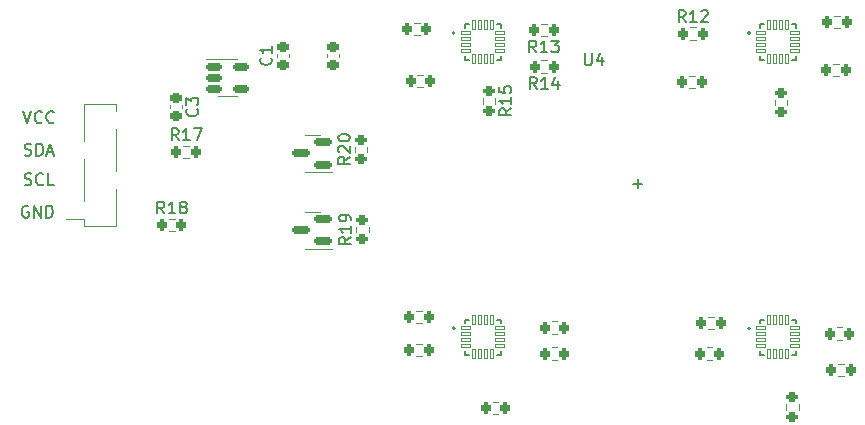
<source format=gbr>
%TF.GenerationSoftware,KiCad,Pcbnew,7.0.1*%
%TF.CreationDate,2023-06-15T12:54:41-05:00*%
%TF.ProjectId,MLX90393_board,4d4c5839-3033-4393-935f-626f6172642e,rev?*%
%TF.SameCoordinates,Original*%
%TF.FileFunction,Legend,Top*%
%TF.FilePolarity,Positive*%
%FSLAX46Y46*%
G04 Gerber Fmt 4.6, Leading zero omitted, Abs format (unit mm)*
G04 Created by KiCad (PCBNEW 7.0.1) date 2023-06-15 12:54:41*
%MOMM*%
%LPD*%
G01*
G04 APERTURE LIST*
G04 Aperture macros list*
%AMRoundRect*
0 Rectangle with rounded corners*
0 $1 Rounding radius*
0 $2 $3 $4 $5 $6 $7 $8 $9 X,Y pos of 4 corners*
0 Add a 4 corners polygon primitive as box body*
4,1,4,$2,$3,$4,$5,$6,$7,$8,$9,$2,$3,0*
0 Add four circle primitives for the rounded corners*
1,1,$1+$1,$2,$3*
1,1,$1+$1,$4,$5*
1,1,$1+$1,$6,$7*
1,1,$1+$1,$8,$9*
0 Add four rect primitives between the rounded corners*
20,1,$1+$1,$2,$3,$4,$5,0*
20,1,$1+$1,$4,$5,$6,$7,0*
20,1,$1+$1,$6,$7,$8,$9,0*
20,1,$1+$1,$8,$9,$2,$3,0*%
G04 Aperture macros list end*
%ADD10C,0.160000*%
%ADD11C,0.150000*%
%ADD12C,0.120000*%
%ADD13C,0.127000*%
%ADD14C,0.200000*%
%ADD15RoundRect,0.200000X-0.200000X-0.275000X0.200000X-0.275000X0.200000X0.275000X-0.200000X0.275000X0*%
%ADD16RoundRect,0.200000X0.200000X0.275000X-0.200000X0.275000X-0.200000X-0.275000X0.200000X-0.275000X0*%
%ADD17RoundRect,0.200000X0.275000X-0.200000X0.275000X0.200000X-0.275000X0.200000X-0.275000X-0.200000X0*%
%ADD18RoundRect,0.225000X0.250000X-0.225000X0.250000X0.225000X-0.250000X0.225000X-0.250000X-0.225000X0*%
%ADD19RoundRect,0.150000X0.587500X0.150000X-0.587500X0.150000X-0.587500X-0.150000X0.587500X-0.150000X0*%
%ADD20RoundRect,0.200000X-0.275000X0.200000X-0.275000X-0.200000X0.275000X-0.200000X0.275000X0.200000X0*%
%ADD21RoundRect,0.225000X-0.250000X0.225000X-0.250000X-0.225000X0.250000X-0.225000X0.250000X0.225000X0*%
%ADD22RoundRect,0.150000X-0.512500X-0.150000X0.512500X-0.150000X0.512500X0.150000X-0.512500X0.150000X0*%
%ADD23RoundRect,0.007800X-0.412200X-0.122200X0.412200X-0.122200X0.412200X0.122200X-0.412200X0.122200X0*%
%ADD24RoundRect,0.007800X0.122200X-0.412200X0.122200X0.412200X-0.122200X0.412200X-0.122200X-0.412200X0*%
%ADD25R,1.680000X1.680000*%
%ADD26R,2.510000X1.000000*%
G04 APERTURE END LIST*
D10*
X-38809524Y-123580000D02*
X-38666667Y-123627619D01*
X-38666667Y-123627619D02*
X-38428572Y-123627619D01*
X-38428572Y-123627619D02*
X-38333334Y-123580000D01*
X-38333334Y-123580000D02*
X-38285715Y-123532380D01*
X-38285715Y-123532380D02*
X-38238096Y-123437142D01*
X-38238096Y-123437142D02*
X-38238096Y-123341904D01*
X-38238096Y-123341904D02*
X-38285715Y-123246666D01*
X-38285715Y-123246666D02*
X-38333334Y-123199047D01*
X-38333334Y-123199047D02*
X-38428572Y-123151428D01*
X-38428572Y-123151428D02*
X-38619048Y-123103809D01*
X-38619048Y-123103809D02*
X-38714286Y-123056190D01*
X-38714286Y-123056190D02*
X-38761905Y-123008571D01*
X-38761905Y-123008571D02*
X-38809524Y-122913333D01*
X-38809524Y-122913333D02*
X-38809524Y-122818095D01*
X-38809524Y-122818095D02*
X-38761905Y-122722857D01*
X-38761905Y-122722857D02*
X-38714286Y-122675238D01*
X-38714286Y-122675238D02*
X-38619048Y-122627619D01*
X-38619048Y-122627619D02*
X-38380953Y-122627619D01*
X-38380953Y-122627619D02*
X-38238096Y-122675238D01*
X-37238096Y-123532380D02*
X-37285715Y-123580000D01*
X-37285715Y-123580000D02*
X-37428572Y-123627619D01*
X-37428572Y-123627619D02*
X-37523810Y-123627619D01*
X-37523810Y-123627619D02*
X-37666667Y-123580000D01*
X-37666667Y-123580000D02*
X-37761905Y-123484761D01*
X-37761905Y-123484761D02*
X-37809524Y-123389523D01*
X-37809524Y-123389523D02*
X-37857143Y-123199047D01*
X-37857143Y-123199047D02*
X-37857143Y-123056190D01*
X-37857143Y-123056190D02*
X-37809524Y-122865714D01*
X-37809524Y-122865714D02*
X-37761905Y-122770476D01*
X-37761905Y-122770476D02*
X-37666667Y-122675238D01*
X-37666667Y-122675238D02*
X-37523810Y-122627619D01*
X-37523810Y-122627619D02*
X-37428572Y-122627619D01*
X-37428572Y-122627619D02*
X-37285715Y-122675238D01*
X-37285715Y-122675238D02*
X-37238096Y-122722857D01*
X-36333334Y-123627619D02*
X-36809524Y-123627619D01*
X-36809524Y-123627619D02*
X-36809524Y-122627619D01*
X-38904762Y-117377619D02*
X-38571429Y-118377619D01*
X-38571429Y-118377619D02*
X-38238096Y-117377619D01*
X-37333334Y-118282380D02*
X-37380953Y-118330000D01*
X-37380953Y-118330000D02*
X-37523810Y-118377619D01*
X-37523810Y-118377619D02*
X-37619048Y-118377619D01*
X-37619048Y-118377619D02*
X-37761905Y-118330000D01*
X-37761905Y-118330000D02*
X-37857143Y-118234761D01*
X-37857143Y-118234761D02*
X-37904762Y-118139523D01*
X-37904762Y-118139523D02*
X-37952381Y-117949047D01*
X-37952381Y-117949047D02*
X-37952381Y-117806190D01*
X-37952381Y-117806190D02*
X-37904762Y-117615714D01*
X-37904762Y-117615714D02*
X-37857143Y-117520476D01*
X-37857143Y-117520476D02*
X-37761905Y-117425238D01*
X-37761905Y-117425238D02*
X-37619048Y-117377619D01*
X-37619048Y-117377619D02*
X-37523810Y-117377619D01*
X-37523810Y-117377619D02*
X-37380953Y-117425238D01*
X-37380953Y-117425238D02*
X-37333334Y-117472857D01*
X-36333334Y-118282380D02*
X-36380953Y-118330000D01*
X-36380953Y-118330000D02*
X-36523810Y-118377619D01*
X-36523810Y-118377619D02*
X-36619048Y-118377619D01*
X-36619048Y-118377619D02*
X-36761905Y-118330000D01*
X-36761905Y-118330000D02*
X-36857143Y-118234761D01*
X-36857143Y-118234761D02*
X-36904762Y-118139523D01*
X-36904762Y-118139523D02*
X-36952381Y-117949047D01*
X-36952381Y-117949047D02*
X-36952381Y-117806190D01*
X-36952381Y-117806190D02*
X-36904762Y-117615714D01*
X-36904762Y-117615714D02*
X-36857143Y-117520476D01*
X-36857143Y-117520476D02*
X-36761905Y-117425238D01*
X-36761905Y-117425238D02*
X-36619048Y-117377619D01*
X-36619048Y-117377619D02*
X-36523810Y-117377619D01*
X-36523810Y-117377619D02*
X-36380953Y-117425238D01*
X-36380953Y-117425238D02*
X-36333334Y-117472857D01*
X12738095Y-123506666D02*
X13500000Y-123506666D01*
X13119047Y-123887619D02*
X13119047Y-123125714D01*
X-38488096Y-125425238D02*
X-38583334Y-125377619D01*
X-38583334Y-125377619D02*
X-38726191Y-125377619D01*
X-38726191Y-125377619D02*
X-38869048Y-125425238D01*
X-38869048Y-125425238D02*
X-38964286Y-125520476D01*
X-38964286Y-125520476D02*
X-39011905Y-125615714D01*
X-39011905Y-125615714D02*
X-39059524Y-125806190D01*
X-39059524Y-125806190D02*
X-39059524Y-125949047D01*
X-39059524Y-125949047D02*
X-39011905Y-126139523D01*
X-39011905Y-126139523D02*
X-38964286Y-126234761D01*
X-38964286Y-126234761D02*
X-38869048Y-126330000D01*
X-38869048Y-126330000D02*
X-38726191Y-126377619D01*
X-38726191Y-126377619D02*
X-38630953Y-126377619D01*
X-38630953Y-126377619D02*
X-38488096Y-126330000D01*
X-38488096Y-126330000D02*
X-38440477Y-126282380D01*
X-38440477Y-126282380D02*
X-38440477Y-125949047D01*
X-38440477Y-125949047D02*
X-38630953Y-125949047D01*
X-38011905Y-126377619D02*
X-38011905Y-125377619D01*
X-38011905Y-125377619D02*
X-37440477Y-126377619D01*
X-37440477Y-126377619D02*
X-37440477Y-125377619D01*
X-36964286Y-126377619D02*
X-36964286Y-125377619D01*
X-36964286Y-125377619D02*
X-36726191Y-125377619D01*
X-36726191Y-125377619D02*
X-36583334Y-125425238D01*
X-36583334Y-125425238D02*
X-36488096Y-125520476D01*
X-36488096Y-125520476D02*
X-36440477Y-125615714D01*
X-36440477Y-125615714D02*
X-36392858Y-125806190D01*
X-36392858Y-125806190D02*
X-36392858Y-125949047D01*
X-36392858Y-125949047D02*
X-36440477Y-126139523D01*
X-36440477Y-126139523D02*
X-36488096Y-126234761D01*
X-36488096Y-126234761D02*
X-36583334Y-126330000D01*
X-36583334Y-126330000D02*
X-36726191Y-126377619D01*
X-36726191Y-126377619D02*
X-36964286Y-126377619D01*
X-38809524Y-121080000D02*
X-38666667Y-121127619D01*
X-38666667Y-121127619D02*
X-38428572Y-121127619D01*
X-38428572Y-121127619D02*
X-38333334Y-121080000D01*
X-38333334Y-121080000D02*
X-38285715Y-121032380D01*
X-38285715Y-121032380D02*
X-38238096Y-120937142D01*
X-38238096Y-120937142D02*
X-38238096Y-120841904D01*
X-38238096Y-120841904D02*
X-38285715Y-120746666D01*
X-38285715Y-120746666D02*
X-38333334Y-120699047D01*
X-38333334Y-120699047D02*
X-38428572Y-120651428D01*
X-38428572Y-120651428D02*
X-38619048Y-120603809D01*
X-38619048Y-120603809D02*
X-38714286Y-120556190D01*
X-38714286Y-120556190D02*
X-38761905Y-120508571D01*
X-38761905Y-120508571D02*
X-38809524Y-120413333D01*
X-38809524Y-120413333D02*
X-38809524Y-120318095D01*
X-38809524Y-120318095D02*
X-38761905Y-120222857D01*
X-38761905Y-120222857D02*
X-38714286Y-120175238D01*
X-38714286Y-120175238D02*
X-38619048Y-120127619D01*
X-38619048Y-120127619D02*
X-38380953Y-120127619D01*
X-38380953Y-120127619D02*
X-38238096Y-120175238D01*
X-37809524Y-121127619D02*
X-37809524Y-120127619D01*
X-37809524Y-120127619D02*
X-37571429Y-120127619D01*
X-37571429Y-120127619D02*
X-37428572Y-120175238D01*
X-37428572Y-120175238D02*
X-37333334Y-120270476D01*
X-37333334Y-120270476D02*
X-37285715Y-120365714D01*
X-37285715Y-120365714D02*
X-37238096Y-120556190D01*
X-37238096Y-120556190D02*
X-37238096Y-120699047D01*
X-37238096Y-120699047D02*
X-37285715Y-120889523D01*
X-37285715Y-120889523D02*
X-37333334Y-120984761D01*
X-37333334Y-120984761D02*
X-37428572Y-121080000D01*
X-37428572Y-121080000D02*
X-37571429Y-121127619D01*
X-37571429Y-121127619D02*
X-37809524Y-121127619D01*
X-36857143Y-120841904D02*
X-36380953Y-120841904D01*
X-36952381Y-121127619D02*
X-36619048Y-120127619D01*
X-36619048Y-120127619D02*
X-36285715Y-121127619D01*
D11*
%TO.C,R19*%
X-11167381Y-128042857D02*
X-11643572Y-128376190D01*
X-11167381Y-128614285D02*
X-12167381Y-128614285D01*
X-12167381Y-128614285D02*
X-12167381Y-128233333D01*
X-12167381Y-128233333D02*
X-12119762Y-128138095D01*
X-12119762Y-128138095D02*
X-12072143Y-128090476D01*
X-12072143Y-128090476D02*
X-11976905Y-128042857D01*
X-11976905Y-128042857D02*
X-11834048Y-128042857D01*
X-11834048Y-128042857D02*
X-11738810Y-128090476D01*
X-11738810Y-128090476D02*
X-11691191Y-128138095D01*
X-11691191Y-128138095D02*
X-11643572Y-128233333D01*
X-11643572Y-128233333D02*
X-11643572Y-128614285D01*
X-11167381Y-127090476D02*
X-11167381Y-127661904D01*
X-11167381Y-127376190D02*
X-12167381Y-127376190D01*
X-12167381Y-127376190D02*
X-12024524Y-127471428D01*
X-12024524Y-127471428D02*
X-11929286Y-127566666D01*
X-11929286Y-127566666D02*
X-11881667Y-127661904D01*
X-11167381Y-126614285D02*
X-11167381Y-126423809D01*
X-11167381Y-126423809D02*
X-11215000Y-126328571D01*
X-11215000Y-126328571D02*
X-11262620Y-126280952D01*
X-11262620Y-126280952D02*
X-11405477Y-126185714D01*
X-11405477Y-126185714D02*
X-11595953Y-126138095D01*
X-11595953Y-126138095D02*
X-11976905Y-126138095D01*
X-11976905Y-126138095D02*
X-12072143Y-126185714D01*
X-12072143Y-126185714D02*
X-12119762Y-126233333D01*
X-12119762Y-126233333D02*
X-12167381Y-126328571D01*
X-12167381Y-126328571D02*
X-12167381Y-126519047D01*
X-12167381Y-126519047D02*
X-12119762Y-126614285D01*
X-12119762Y-126614285D02*
X-12072143Y-126661904D01*
X-12072143Y-126661904D02*
X-11976905Y-126709523D01*
X-11976905Y-126709523D02*
X-11738810Y-126709523D01*
X-11738810Y-126709523D02*
X-11643572Y-126661904D01*
X-11643572Y-126661904D02*
X-11595953Y-126614285D01*
X-11595953Y-126614285D02*
X-11548334Y-126519047D01*
X-11548334Y-126519047D02*
X-11548334Y-126328571D01*
X-11548334Y-126328571D02*
X-11595953Y-126233333D01*
X-11595953Y-126233333D02*
X-11643572Y-126185714D01*
X-11643572Y-126185714D02*
X-11738810Y-126138095D01*
%TO.C,C1*%
X-17962620Y-112841666D02*
X-17915000Y-112889285D01*
X-17915000Y-112889285D02*
X-17867381Y-113032142D01*
X-17867381Y-113032142D02*
X-17867381Y-113127380D01*
X-17867381Y-113127380D02*
X-17915000Y-113270237D01*
X-17915000Y-113270237D02*
X-18010239Y-113365475D01*
X-18010239Y-113365475D02*
X-18105477Y-113413094D01*
X-18105477Y-113413094D02*
X-18295953Y-113460713D01*
X-18295953Y-113460713D02*
X-18438810Y-113460713D01*
X-18438810Y-113460713D02*
X-18629286Y-113413094D01*
X-18629286Y-113413094D02*
X-18724524Y-113365475D01*
X-18724524Y-113365475D02*
X-18819762Y-113270237D01*
X-18819762Y-113270237D02*
X-18867381Y-113127380D01*
X-18867381Y-113127380D02*
X-18867381Y-113032142D01*
X-18867381Y-113032142D02*
X-18819762Y-112889285D01*
X-18819762Y-112889285D02*
X-18772143Y-112841666D01*
X-17867381Y-111889285D02*
X-17867381Y-112460713D01*
X-17867381Y-112174999D02*
X-18867381Y-112174999D01*
X-18867381Y-112174999D02*
X-18724524Y-112270237D01*
X-18724524Y-112270237D02*
X-18629286Y-112365475D01*
X-18629286Y-112365475D02*
X-18581667Y-112460713D01*
%TO.C,R20*%
X-11267381Y-121242857D02*
X-11743572Y-121576190D01*
X-11267381Y-121814285D02*
X-12267381Y-121814285D01*
X-12267381Y-121814285D02*
X-12267381Y-121433333D01*
X-12267381Y-121433333D02*
X-12219762Y-121338095D01*
X-12219762Y-121338095D02*
X-12172143Y-121290476D01*
X-12172143Y-121290476D02*
X-12076905Y-121242857D01*
X-12076905Y-121242857D02*
X-11934048Y-121242857D01*
X-11934048Y-121242857D02*
X-11838810Y-121290476D01*
X-11838810Y-121290476D02*
X-11791191Y-121338095D01*
X-11791191Y-121338095D02*
X-11743572Y-121433333D01*
X-11743572Y-121433333D02*
X-11743572Y-121814285D01*
X-12172143Y-120861904D02*
X-12219762Y-120814285D01*
X-12219762Y-120814285D02*
X-12267381Y-120719047D01*
X-12267381Y-120719047D02*
X-12267381Y-120480952D01*
X-12267381Y-120480952D02*
X-12219762Y-120385714D01*
X-12219762Y-120385714D02*
X-12172143Y-120338095D01*
X-12172143Y-120338095D02*
X-12076905Y-120290476D01*
X-12076905Y-120290476D02*
X-11981667Y-120290476D01*
X-11981667Y-120290476D02*
X-11838810Y-120338095D01*
X-11838810Y-120338095D02*
X-11267381Y-120909523D01*
X-11267381Y-120909523D02*
X-11267381Y-120290476D01*
X-12267381Y-119671428D02*
X-12267381Y-119576190D01*
X-12267381Y-119576190D02*
X-12219762Y-119480952D01*
X-12219762Y-119480952D02*
X-12172143Y-119433333D01*
X-12172143Y-119433333D02*
X-12076905Y-119385714D01*
X-12076905Y-119385714D02*
X-11886429Y-119338095D01*
X-11886429Y-119338095D02*
X-11648334Y-119338095D01*
X-11648334Y-119338095D02*
X-11457858Y-119385714D01*
X-11457858Y-119385714D02*
X-11362620Y-119433333D01*
X-11362620Y-119433333D02*
X-11315000Y-119480952D01*
X-11315000Y-119480952D02*
X-11267381Y-119576190D01*
X-11267381Y-119576190D02*
X-11267381Y-119671428D01*
X-11267381Y-119671428D02*
X-11315000Y-119766666D01*
X-11315000Y-119766666D02*
X-11362620Y-119814285D01*
X-11362620Y-119814285D02*
X-11457858Y-119861904D01*
X-11457858Y-119861904D02*
X-11648334Y-119909523D01*
X-11648334Y-119909523D02*
X-11886429Y-119909523D01*
X-11886429Y-119909523D02*
X-12076905Y-119861904D01*
X-12076905Y-119861904D02*
X-12172143Y-119814285D01*
X-12172143Y-119814285D02*
X-12219762Y-119766666D01*
X-12219762Y-119766666D02*
X-12267381Y-119671428D01*
%TO.C,R18*%
X-26987858Y-126032619D02*
X-27321191Y-125556428D01*
X-27559286Y-126032619D02*
X-27559286Y-125032619D01*
X-27559286Y-125032619D02*
X-27178334Y-125032619D01*
X-27178334Y-125032619D02*
X-27083096Y-125080238D01*
X-27083096Y-125080238D02*
X-27035477Y-125127857D01*
X-27035477Y-125127857D02*
X-26987858Y-125223095D01*
X-26987858Y-125223095D02*
X-26987858Y-125365952D01*
X-26987858Y-125365952D02*
X-27035477Y-125461190D01*
X-27035477Y-125461190D02*
X-27083096Y-125508809D01*
X-27083096Y-125508809D02*
X-27178334Y-125556428D01*
X-27178334Y-125556428D02*
X-27559286Y-125556428D01*
X-26035477Y-126032619D02*
X-26606905Y-126032619D01*
X-26321191Y-126032619D02*
X-26321191Y-125032619D01*
X-26321191Y-125032619D02*
X-26416429Y-125175476D01*
X-26416429Y-125175476D02*
X-26511667Y-125270714D01*
X-26511667Y-125270714D02*
X-26606905Y-125318333D01*
X-25464048Y-125461190D02*
X-25559286Y-125413571D01*
X-25559286Y-125413571D02*
X-25606905Y-125365952D01*
X-25606905Y-125365952D02*
X-25654524Y-125270714D01*
X-25654524Y-125270714D02*
X-25654524Y-125223095D01*
X-25654524Y-125223095D02*
X-25606905Y-125127857D01*
X-25606905Y-125127857D02*
X-25559286Y-125080238D01*
X-25559286Y-125080238D02*
X-25464048Y-125032619D01*
X-25464048Y-125032619D02*
X-25273572Y-125032619D01*
X-25273572Y-125032619D02*
X-25178334Y-125080238D01*
X-25178334Y-125080238D02*
X-25130715Y-125127857D01*
X-25130715Y-125127857D02*
X-25083096Y-125223095D01*
X-25083096Y-125223095D02*
X-25083096Y-125270714D01*
X-25083096Y-125270714D02*
X-25130715Y-125365952D01*
X-25130715Y-125365952D02*
X-25178334Y-125413571D01*
X-25178334Y-125413571D02*
X-25273572Y-125461190D01*
X-25273572Y-125461190D02*
X-25464048Y-125461190D01*
X-25464048Y-125461190D02*
X-25559286Y-125508809D01*
X-25559286Y-125508809D02*
X-25606905Y-125556428D01*
X-25606905Y-125556428D02*
X-25654524Y-125651666D01*
X-25654524Y-125651666D02*
X-25654524Y-125842142D01*
X-25654524Y-125842142D02*
X-25606905Y-125937380D01*
X-25606905Y-125937380D02*
X-25559286Y-125985000D01*
X-25559286Y-125985000D02*
X-25464048Y-126032619D01*
X-25464048Y-126032619D02*
X-25273572Y-126032619D01*
X-25273572Y-126032619D02*
X-25178334Y-125985000D01*
X-25178334Y-125985000D02*
X-25130715Y-125937380D01*
X-25130715Y-125937380D02*
X-25083096Y-125842142D01*
X-25083096Y-125842142D02*
X-25083096Y-125651666D01*
X-25083096Y-125651666D02*
X-25130715Y-125556428D01*
X-25130715Y-125556428D02*
X-25178334Y-125508809D01*
X-25178334Y-125508809D02*
X-25273572Y-125461190D01*
%TO.C,R14*%
X4557142Y-115492619D02*
X4223809Y-115016428D01*
X3985714Y-115492619D02*
X3985714Y-114492619D01*
X3985714Y-114492619D02*
X4366666Y-114492619D01*
X4366666Y-114492619D02*
X4461904Y-114540238D01*
X4461904Y-114540238D02*
X4509523Y-114587857D01*
X4509523Y-114587857D02*
X4557142Y-114683095D01*
X4557142Y-114683095D02*
X4557142Y-114825952D01*
X4557142Y-114825952D02*
X4509523Y-114921190D01*
X4509523Y-114921190D02*
X4461904Y-114968809D01*
X4461904Y-114968809D02*
X4366666Y-115016428D01*
X4366666Y-115016428D02*
X3985714Y-115016428D01*
X5509523Y-115492619D02*
X4938095Y-115492619D01*
X5223809Y-115492619D02*
X5223809Y-114492619D01*
X5223809Y-114492619D02*
X5128571Y-114635476D01*
X5128571Y-114635476D02*
X5033333Y-114730714D01*
X5033333Y-114730714D02*
X4938095Y-114778333D01*
X6366666Y-114825952D02*
X6366666Y-115492619D01*
X6128571Y-114445000D02*
X5890476Y-115159285D01*
X5890476Y-115159285D02*
X6509523Y-115159285D01*
%TO.C,C3*%
X-24202620Y-117166666D02*
X-24155000Y-117214285D01*
X-24155000Y-117214285D02*
X-24107381Y-117357142D01*
X-24107381Y-117357142D02*
X-24107381Y-117452380D01*
X-24107381Y-117452380D02*
X-24155000Y-117595237D01*
X-24155000Y-117595237D02*
X-24250239Y-117690475D01*
X-24250239Y-117690475D02*
X-24345477Y-117738094D01*
X-24345477Y-117738094D02*
X-24535953Y-117785713D01*
X-24535953Y-117785713D02*
X-24678810Y-117785713D01*
X-24678810Y-117785713D02*
X-24869286Y-117738094D01*
X-24869286Y-117738094D02*
X-24964524Y-117690475D01*
X-24964524Y-117690475D02*
X-25059762Y-117595237D01*
X-25059762Y-117595237D02*
X-25107381Y-117452380D01*
X-25107381Y-117452380D02*
X-25107381Y-117357142D01*
X-25107381Y-117357142D02*
X-25059762Y-117214285D01*
X-25059762Y-117214285D02*
X-25012143Y-117166666D01*
X-25107381Y-116833332D02*
X-25107381Y-116214285D01*
X-25107381Y-116214285D02*
X-24726429Y-116547618D01*
X-24726429Y-116547618D02*
X-24726429Y-116404761D01*
X-24726429Y-116404761D02*
X-24678810Y-116309523D01*
X-24678810Y-116309523D02*
X-24631191Y-116261904D01*
X-24631191Y-116261904D02*
X-24535953Y-116214285D01*
X-24535953Y-116214285D02*
X-24297858Y-116214285D01*
X-24297858Y-116214285D02*
X-24202620Y-116261904D01*
X-24202620Y-116261904D02*
X-24155000Y-116309523D01*
X-24155000Y-116309523D02*
X-24107381Y-116404761D01*
X-24107381Y-116404761D02*
X-24107381Y-116690475D01*
X-24107381Y-116690475D02*
X-24155000Y-116785713D01*
X-24155000Y-116785713D02*
X-24202620Y-116833332D01*
%TO.C,R13*%
X4512142Y-112392619D02*
X4178809Y-111916428D01*
X3940714Y-112392619D02*
X3940714Y-111392619D01*
X3940714Y-111392619D02*
X4321666Y-111392619D01*
X4321666Y-111392619D02*
X4416904Y-111440238D01*
X4416904Y-111440238D02*
X4464523Y-111487857D01*
X4464523Y-111487857D02*
X4512142Y-111583095D01*
X4512142Y-111583095D02*
X4512142Y-111725952D01*
X4512142Y-111725952D02*
X4464523Y-111821190D01*
X4464523Y-111821190D02*
X4416904Y-111868809D01*
X4416904Y-111868809D02*
X4321666Y-111916428D01*
X4321666Y-111916428D02*
X3940714Y-111916428D01*
X5464523Y-112392619D02*
X4893095Y-112392619D01*
X5178809Y-112392619D02*
X5178809Y-111392619D01*
X5178809Y-111392619D02*
X5083571Y-111535476D01*
X5083571Y-111535476D02*
X4988333Y-111630714D01*
X4988333Y-111630714D02*
X4893095Y-111678333D01*
X5797857Y-111392619D02*
X6416904Y-111392619D01*
X6416904Y-111392619D02*
X6083571Y-111773571D01*
X6083571Y-111773571D02*
X6226428Y-111773571D01*
X6226428Y-111773571D02*
X6321666Y-111821190D01*
X6321666Y-111821190D02*
X6369285Y-111868809D01*
X6369285Y-111868809D02*
X6416904Y-111964047D01*
X6416904Y-111964047D02*
X6416904Y-112202142D01*
X6416904Y-112202142D02*
X6369285Y-112297380D01*
X6369285Y-112297380D02*
X6321666Y-112345000D01*
X6321666Y-112345000D02*
X6226428Y-112392619D01*
X6226428Y-112392619D02*
X5940714Y-112392619D01*
X5940714Y-112392619D02*
X5845476Y-112345000D01*
X5845476Y-112345000D02*
X5797857Y-112297380D01*
%TO.C,R15*%
X2392619Y-117142857D02*
X1916428Y-117476190D01*
X2392619Y-117714285D02*
X1392619Y-117714285D01*
X1392619Y-117714285D02*
X1392619Y-117333333D01*
X1392619Y-117333333D02*
X1440238Y-117238095D01*
X1440238Y-117238095D02*
X1487857Y-117190476D01*
X1487857Y-117190476D02*
X1583095Y-117142857D01*
X1583095Y-117142857D02*
X1725952Y-117142857D01*
X1725952Y-117142857D02*
X1821190Y-117190476D01*
X1821190Y-117190476D02*
X1868809Y-117238095D01*
X1868809Y-117238095D02*
X1916428Y-117333333D01*
X1916428Y-117333333D02*
X1916428Y-117714285D01*
X2392619Y-116190476D02*
X2392619Y-116761904D01*
X2392619Y-116476190D02*
X1392619Y-116476190D01*
X1392619Y-116476190D02*
X1535476Y-116571428D01*
X1535476Y-116571428D02*
X1630714Y-116666666D01*
X1630714Y-116666666D02*
X1678333Y-116761904D01*
X1392619Y-115285714D02*
X1392619Y-115761904D01*
X1392619Y-115761904D02*
X1868809Y-115809523D01*
X1868809Y-115809523D02*
X1821190Y-115761904D01*
X1821190Y-115761904D02*
X1773571Y-115666666D01*
X1773571Y-115666666D02*
X1773571Y-115428571D01*
X1773571Y-115428571D02*
X1821190Y-115333333D01*
X1821190Y-115333333D02*
X1868809Y-115285714D01*
X1868809Y-115285714D02*
X1964047Y-115238095D01*
X1964047Y-115238095D02*
X2202142Y-115238095D01*
X2202142Y-115238095D02*
X2297380Y-115285714D01*
X2297380Y-115285714D02*
X2345000Y-115333333D01*
X2345000Y-115333333D02*
X2392619Y-115428571D01*
X2392619Y-115428571D02*
X2392619Y-115666666D01*
X2392619Y-115666666D02*
X2345000Y-115761904D01*
X2345000Y-115761904D02*
X2297380Y-115809523D01*
%TO.C,R12*%
X17157142Y-109832619D02*
X16823809Y-109356428D01*
X16585714Y-109832619D02*
X16585714Y-108832619D01*
X16585714Y-108832619D02*
X16966666Y-108832619D01*
X16966666Y-108832619D02*
X17061904Y-108880238D01*
X17061904Y-108880238D02*
X17109523Y-108927857D01*
X17109523Y-108927857D02*
X17157142Y-109023095D01*
X17157142Y-109023095D02*
X17157142Y-109165952D01*
X17157142Y-109165952D02*
X17109523Y-109261190D01*
X17109523Y-109261190D02*
X17061904Y-109308809D01*
X17061904Y-109308809D02*
X16966666Y-109356428D01*
X16966666Y-109356428D02*
X16585714Y-109356428D01*
X18109523Y-109832619D02*
X17538095Y-109832619D01*
X17823809Y-109832619D02*
X17823809Y-108832619D01*
X17823809Y-108832619D02*
X17728571Y-108975476D01*
X17728571Y-108975476D02*
X17633333Y-109070714D01*
X17633333Y-109070714D02*
X17538095Y-109118333D01*
X18490476Y-108927857D02*
X18538095Y-108880238D01*
X18538095Y-108880238D02*
X18633333Y-108832619D01*
X18633333Y-108832619D02*
X18871428Y-108832619D01*
X18871428Y-108832619D02*
X18966666Y-108880238D01*
X18966666Y-108880238D02*
X19014285Y-108927857D01*
X19014285Y-108927857D02*
X19061904Y-109023095D01*
X19061904Y-109023095D02*
X19061904Y-109118333D01*
X19061904Y-109118333D02*
X19014285Y-109261190D01*
X19014285Y-109261190D02*
X18442857Y-109832619D01*
X18442857Y-109832619D02*
X19061904Y-109832619D01*
D10*
%TO.C,U4*%
X8638095Y-112482619D02*
X8638095Y-113292142D01*
X8638095Y-113292142D02*
X8685714Y-113387380D01*
X8685714Y-113387380D02*
X8733333Y-113435000D01*
X8733333Y-113435000D02*
X8828571Y-113482619D01*
X8828571Y-113482619D02*
X9019047Y-113482619D01*
X9019047Y-113482619D02*
X9114285Y-113435000D01*
X9114285Y-113435000D02*
X9161904Y-113387380D01*
X9161904Y-113387380D02*
X9209523Y-113292142D01*
X9209523Y-113292142D02*
X9209523Y-112482619D01*
X10114285Y-112815952D02*
X10114285Y-113482619D01*
X9876190Y-112435000D02*
X9638095Y-113149285D01*
X9638095Y-113149285D02*
X10257142Y-113149285D01*
D11*
%TO.C,R17*%
X-25767858Y-119832619D02*
X-26101191Y-119356428D01*
X-26339286Y-119832619D02*
X-26339286Y-118832619D01*
X-26339286Y-118832619D02*
X-25958334Y-118832619D01*
X-25958334Y-118832619D02*
X-25863096Y-118880238D01*
X-25863096Y-118880238D02*
X-25815477Y-118927857D01*
X-25815477Y-118927857D02*
X-25767858Y-119023095D01*
X-25767858Y-119023095D02*
X-25767858Y-119165952D01*
X-25767858Y-119165952D02*
X-25815477Y-119261190D01*
X-25815477Y-119261190D02*
X-25863096Y-119308809D01*
X-25863096Y-119308809D02*
X-25958334Y-119356428D01*
X-25958334Y-119356428D02*
X-26339286Y-119356428D01*
X-24815477Y-119832619D02*
X-25386905Y-119832619D01*
X-25101191Y-119832619D02*
X-25101191Y-118832619D01*
X-25101191Y-118832619D02*
X-25196429Y-118975476D01*
X-25196429Y-118975476D02*
X-25291667Y-119070714D01*
X-25291667Y-119070714D02*
X-25386905Y-119118333D01*
X-24482143Y-118832619D02*
X-23815477Y-118832619D01*
X-23815477Y-118832619D02*
X-24244048Y-119832619D01*
D12*
%TO.C,R21*%
X18962742Y-137377500D02*
X19437258Y-137377500D01*
X18962742Y-138422500D02*
X19437258Y-138422500D01*
%TO.C,R5*%
X6312258Y-136222500D02*
X5837742Y-136222500D01*
X6312258Y-135177500D02*
X5837742Y-135177500D01*
%TO.C,R19*%
X-10722500Y-127637258D02*
X-10722500Y-127162742D01*
X-9677500Y-127637258D02*
X-9677500Y-127162742D01*
%TO.C,C1*%
X-17410000Y-112815580D02*
X-17410000Y-112534420D01*
X-16390000Y-112815580D02*
X-16390000Y-112534420D01*
%TO.C,R24*%
X-5637258Y-137077500D02*
X-5162742Y-137077500D01*
X-5637258Y-138122500D02*
X-5162742Y-138122500D01*
%TO.C,R9*%
X30237258Y-110322500D02*
X29762742Y-110322500D01*
X30237258Y-109277500D02*
X29762742Y-109277500D01*
%TO.C,R16*%
X-5837258Y-109877500D02*
X-5362742Y-109877500D01*
X-5837258Y-110922500D02*
X-5362742Y-110922500D01*
%TO.C,C2*%
X-13210000Y-112815580D02*
X-13210000Y-112534420D01*
X-12190000Y-112815580D02*
X-12190000Y-112534420D01*
%TO.C,R1*%
X30437258Y-136722500D02*
X29962742Y-136722500D01*
X30437258Y-135677500D02*
X29962742Y-135677500D01*
%TO.C,R22*%
X17462742Y-114377500D02*
X17937258Y-114377500D01*
X17462742Y-115422500D02*
X17937258Y-115422500D01*
%TO.C,R20*%
X-10822500Y-120837258D02*
X-10822500Y-120362742D01*
X-9777500Y-120837258D02*
X-9777500Y-120362742D01*
%TO.C,R18*%
X-26582258Y-126477500D02*
X-26107742Y-126477500D01*
X-26582258Y-127522500D02*
X-26107742Y-127522500D01*
%TO.C,R14*%
X5437258Y-114122500D02*
X4962742Y-114122500D01*
X5437258Y-113077500D02*
X4962742Y-113077500D01*
%TO.C,Q1*%
X-14437500Y-129010000D02*
X-12762500Y-129010000D01*
X-14437500Y-129010000D02*
X-15087500Y-129010000D01*
X-14437500Y-125890000D02*
X-13787500Y-125890000D01*
X-14437500Y-125890000D02*
X-15087500Y-125890000D01*
%TO.C,R4*%
X26722500Y-142162742D02*
X26722500Y-142637258D01*
X25677500Y-142162742D02*
X25677500Y-142637258D01*
%TO.C,C3*%
X-25490000Y-116859420D02*
X-25490000Y-117140580D01*
X-26510000Y-116859420D02*
X-26510000Y-117140580D01*
%TO.C,Q2*%
X-14437500Y-122510000D02*
X-12762500Y-122510000D01*
X-14437500Y-122510000D02*
X-15087500Y-122510000D01*
X-14437500Y-119390000D02*
X-13787500Y-119390000D01*
X-14437500Y-119390000D02*
X-15087500Y-119390000D01*
%TO.C,R13*%
X5392258Y-111022500D02*
X4917742Y-111022500D01*
X5392258Y-109977500D02*
X4917742Y-109977500D01*
%TO.C,R2*%
X30562258Y-139822500D02*
X30087742Y-139822500D01*
X30562258Y-138777500D02*
X30087742Y-138777500D01*
%TO.C,R23*%
X-5537258Y-114277500D02*
X-5062742Y-114277500D01*
X-5537258Y-115322500D02*
X-5062742Y-115322500D01*
%TO.C,U5*%
X-21637500Y-112990000D02*
X-23437500Y-112990000D01*
X-21637500Y-112990000D02*
X-20837500Y-112990000D01*
X-21637500Y-116110000D02*
X-22437500Y-116110000D01*
X-21637500Y-116110000D02*
X-20837500Y-116110000D01*
%TO.C,R8*%
X-5637258Y-134277500D02*
X-5162742Y-134277500D01*
X-5637258Y-135322500D02*
X-5162742Y-135322500D01*
D13*
%TO.C,U1*%
X23500000Y-135010000D02*
X23500000Y-135310000D01*
X23500000Y-135010000D02*
X23800000Y-135010000D01*
X23500000Y-138010000D02*
X23500000Y-137710000D01*
X23500000Y-138010000D02*
X23800000Y-138010000D01*
X26500000Y-135010000D02*
X26200000Y-135010000D01*
X26500000Y-135010000D02*
X26500000Y-135310000D01*
X26500000Y-138010000D02*
X26200000Y-138010000D01*
X26500000Y-138010000D02*
X26500000Y-137710000D01*
D14*
X22625000Y-135760000D02*
G75*
G03*
X22625000Y-135760000I-100000J0D01*
G01*
D13*
%TO.C,U3*%
X23500000Y-110010000D02*
X23500000Y-110310000D01*
X23500000Y-110010000D02*
X23800000Y-110010000D01*
X23500000Y-113010000D02*
X23500000Y-112710000D01*
X23500000Y-113010000D02*
X23800000Y-113010000D01*
X26500000Y-110010000D02*
X26200000Y-110010000D01*
X26500000Y-110010000D02*
X26500000Y-110310000D01*
X26500000Y-113010000D02*
X26200000Y-113010000D01*
X26500000Y-113010000D02*
X26500000Y-112710000D01*
D14*
X22625000Y-110760000D02*
G75*
G03*
X22625000Y-110760000I-100000J0D01*
G01*
D12*
%TO.C,R15*%
X1022500Y-116262742D02*
X1022500Y-116737258D01*
X-22500Y-116262742D02*
X-22500Y-116737258D01*
%TO.C,R10*%
X30137258Y-114422500D02*
X29662742Y-114422500D01*
X30137258Y-113377500D02*
X29662742Y-113377500D01*
%TO.C,R12*%
X17562742Y-110277500D02*
X18037258Y-110277500D01*
X17562742Y-111322500D02*
X18037258Y-111322500D01*
%TO.C,J1*%
X-31075000Y-127060000D02*
X-31075000Y-123950000D01*
X-31075000Y-127060000D02*
X-33735000Y-127060000D01*
X-31075000Y-122430000D02*
X-31075000Y-118870000D01*
X-31075000Y-117350000D02*
X-31075000Y-116780000D01*
X-31075000Y-116780000D02*
X-33735000Y-116780000D01*
X-33735000Y-127060000D02*
X-33735000Y-126490000D01*
X-33735000Y-126490000D02*
X-35255000Y-126490000D01*
X-33735000Y-124970000D02*
X-33735000Y-121410000D01*
X-33735000Y-119890000D02*
X-33735000Y-116780000D01*
D13*
%TO.C,U4*%
X-1500000Y-110010000D02*
X-1500000Y-110310000D01*
X-1500000Y-110010000D02*
X-1200000Y-110010000D01*
X-1500000Y-113010000D02*
X-1500000Y-112710000D01*
X-1500000Y-113010000D02*
X-1200000Y-113010000D01*
X1500000Y-110010000D02*
X1200000Y-110010000D01*
X1500000Y-110010000D02*
X1500000Y-110310000D01*
X1500000Y-113010000D02*
X1200000Y-113010000D01*
X1500000Y-113010000D02*
X1500000Y-112710000D01*
D14*
X-2375000Y-110760000D02*
G75*
G03*
X-2375000Y-110760000I-100000J0D01*
G01*
D12*
%TO.C,R3*%
X19062742Y-134777500D02*
X19537258Y-134777500D01*
X19062742Y-135822500D02*
X19537258Y-135822500D01*
%TO.C,R17*%
X-25362258Y-120277500D02*
X-24887742Y-120277500D01*
X-25362258Y-121322500D02*
X-24887742Y-121322500D01*
%TO.C,R11*%
X25772500Y-116387742D02*
X25772500Y-116862258D01*
X24727500Y-116387742D02*
X24727500Y-116862258D01*
%TO.C,R7*%
X837742Y-141977500D02*
X1312258Y-141977500D01*
X837742Y-143022500D02*
X1312258Y-143022500D01*
D13*
%TO.C,U2*%
X-1500000Y-135010000D02*
X-1500000Y-135310000D01*
X-1500000Y-135010000D02*
X-1200000Y-135010000D01*
X-1500000Y-138010000D02*
X-1500000Y-137710000D01*
X-1500000Y-138010000D02*
X-1200000Y-138010000D01*
X1500000Y-135010000D02*
X1200000Y-135010000D01*
X1500000Y-135010000D02*
X1500000Y-135310000D01*
X1500000Y-138010000D02*
X1200000Y-138010000D01*
X1500000Y-138010000D02*
X1500000Y-137710000D01*
D14*
X-2375000Y-135760000D02*
G75*
G03*
X-2375000Y-135760000I-100000J0D01*
G01*
D12*
%TO.C,R6*%
X6312258Y-138422500D02*
X5837742Y-138422500D01*
X6312258Y-137377500D02*
X5837742Y-137377500D01*
%TD*%
%LPC*%
D15*
%TO.C,R21*%
X18375000Y-137900000D03*
X20025000Y-137900000D03*
%TD*%
D16*
%TO.C,R5*%
X6900000Y-135700000D03*
X5250000Y-135700000D03*
%TD*%
D17*
%TO.C,R19*%
X-10200000Y-128225000D03*
X-10200000Y-126575000D03*
%TD*%
D18*
%TO.C,C1*%
X-16900000Y-113450000D03*
X-16900000Y-111900000D03*
%TD*%
D15*
%TO.C,R24*%
X-6225000Y-137600000D03*
X-4575000Y-137600000D03*
%TD*%
D16*
%TO.C,R9*%
X30825000Y-109800000D03*
X29175000Y-109800000D03*
%TD*%
D15*
%TO.C,R16*%
X-6425000Y-110400000D03*
X-4775000Y-110400000D03*
%TD*%
D18*
%TO.C,C2*%
X-12700000Y-113450000D03*
X-12700000Y-111900000D03*
%TD*%
D16*
%TO.C,R1*%
X31025000Y-136200000D03*
X29375000Y-136200000D03*
%TD*%
D15*
%TO.C,R22*%
X16875000Y-114900000D03*
X18525000Y-114900000D03*
%TD*%
D17*
%TO.C,R20*%
X-10300000Y-121425000D03*
X-10300000Y-119775000D03*
%TD*%
D15*
%TO.C,R18*%
X-27170000Y-127000000D03*
X-25520000Y-127000000D03*
%TD*%
D16*
%TO.C,R14*%
X6025000Y-113600000D03*
X4375000Y-113600000D03*
%TD*%
D19*
%TO.C,Q1*%
X-13500000Y-128400000D03*
X-13500000Y-126500000D03*
X-15375000Y-127450000D03*
%TD*%
D20*
%TO.C,R4*%
X26200000Y-141575000D03*
X26200000Y-143225000D03*
%TD*%
D21*
%TO.C,C3*%
X-26000000Y-116225000D03*
X-26000000Y-117775000D03*
%TD*%
D19*
%TO.C,Q2*%
X-13500000Y-121900000D03*
X-13500000Y-120000000D03*
X-15375000Y-120950000D03*
%TD*%
D16*
%TO.C,R13*%
X5980000Y-110500000D03*
X4330000Y-110500000D03*
%TD*%
%TO.C,R2*%
X31150000Y-139300000D03*
X29500000Y-139300000D03*
%TD*%
D15*
%TO.C,R23*%
X-6125000Y-114800000D03*
X-4475000Y-114800000D03*
%TD*%
D22*
%TO.C,U5*%
X-22775000Y-113600000D03*
X-22775000Y-114550000D03*
X-22775000Y-115500000D03*
X-20500000Y-115500000D03*
X-20500000Y-113600000D03*
%TD*%
D15*
%TO.C,R8*%
X-6225000Y-134800000D03*
X-4575000Y-134800000D03*
%TD*%
D23*
%TO.C,U1*%
X23565000Y-135760000D03*
X23565000Y-136260000D03*
X23565000Y-136760000D03*
X23565000Y-137260000D03*
D24*
X24250000Y-137945000D03*
X24750000Y-137945000D03*
X25250000Y-137945000D03*
X25750000Y-137945000D03*
D23*
X26435000Y-137260000D03*
X26435000Y-136760000D03*
X26435000Y-136260000D03*
X26435000Y-135760000D03*
D24*
X25750000Y-135075000D03*
X25250000Y-135075000D03*
X24750000Y-135075000D03*
X24250000Y-135075000D03*
D25*
X25000000Y-136510000D03*
%TD*%
D23*
%TO.C,U3*%
X23565000Y-110760000D03*
X23565000Y-111260000D03*
X23565000Y-111760000D03*
X23565000Y-112260000D03*
D24*
X24250000Y-112945000D03*
X24750000Y-112945000D03*
X25250000Y-112945000D03*
X25750000Y-112945000D03*
D23*
X26435000Y-112260000D03*
X26435000Y-111760000D03*
X26435000Y-111260000D03*
X26435000Y-110760000D03*
D24*
X25750000Y-110075000D03*
X25250000Y-110075000D03*
X24750000Y-110075000D03*
X24250000Y-110075000D03*
D25*
X25000000Y-111510000D03*
%TD*%
D20*
%TO.C,R15*%
X500000Y-115675000D03*
X500000Y-117325000D03*
%TD*%
D16*
%TO.C,R10*%
X30725000Y-113900000D03*
X29075000Y-113900000D03*
%TD*%
D15*
%TO.C,R12*%
X16975000Y-110800000D03*
X18625000Y-110800000D03*
%TD*%
D26*
%TO.C,J1*%
X-34060000Y-125730000D03*
X-30750000Y-123190000D03*
X-34060000Y-120650000D03*
X-30750000Y-118110000D03*
%TD*%
D23*
%TO.C,U4*%
X-1435000Y-110760000D03*
X-1435000Y-111260000D03*
X-1435000Y-111760000D03*
X-1435000Y-112260000D03*
D24*
X-750000Y-112945000D03*
X-250000Y-112945000D03*
X250000Y-112945000D03*
X750000Y-112945000D03*
D23*
X1435000Y-112260000D03*
X1435000Y-111760000D03*
X1435000Y-111260000D03*
X1435000Y-110760000D03*
D24*
X750000Y-110075000D03*
X250000Y-110075000D03*
X-250000Y-110075000D03*
X-750000Y-110075000D03*
D25*
X0Y-111510000D03*
%TD*%
D15*
%TO.C,R3*%
X18475000Y-135300000D03*
X20125000Y-135300000D03*
%TD*%
%TO.C,R17*%
X-25950000Y-120800000D03*
X-24300000Y-120800000D03*
%TD*%
D20*
%TO.C,R11*%
X25250000Y-115800000D03*
X25250000Y-117450000D03*
%TD*%
D15*
%TO.C,R7*%
X250000Y-142500000D03*
X1900000Y-142500000D03*
%TD*%
D23*
%TO.C,U2*%
X-1435000Y-135760000D03*
X-1435000Y-136260000D03*
X-1435000Y-136760000D03*
X-1435000Y-137260000D03*
D24*
X-750000Y-137945000D03*
X-250000Y-137945000D03*
X250000Y-137945000D03*
X750000Y-137945000D03*
D23*
X1435000Y-137260000D03*
X1435000Y-136760000D03*
X1435000Y-136260000D03*
X1435000Y-135760000D03*
D24*
X750000Y-135075000D03*
X250000Y-135075000D03*
X-250000Y-135075000D03*
X-750000Y-135075000D03*
D25*
X0Y-136510000D03*
%TD*%
D16*
%TO.C,R6*%
X6900000Y-137900000D03*
X5250000Y-137900000D03*
%TD*%
M02*

</source>
